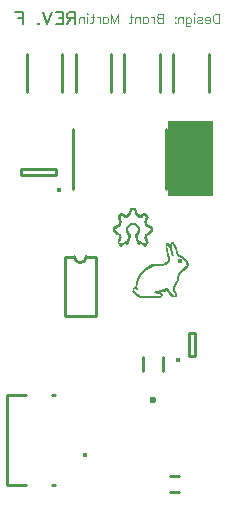
<source format=gbo>
G04 DipTrace 2.4.0.2*
%INIoDriverRevF2.gbo*%
%MOIN*%
%ADD10C,0.0098*%
%ADD12C,0.003*%
%ADD13C,0.0061*%
%ADD17C,0.0157*%
%ADD23C,0.0236*%
%ADD25O,0.0431X0.0437*%
%ADD31C,0.0154*%
%ADD105C,0.0046*%
%FSLAX44Y44*%
G04*
G70*
G90*
G75*
G01*
%LNBotSilk*%
%LPD*%
X8897Y9308D2*
D10*
Y9780D1*
X8227Y9308D2*
Y9780D1*
D23*
X8562Y8343D3*
X5897Y17359D2*
D10*
Y15359D1*
D25*
X9409Y15515D3*
X8977Y17359D2*
D10*
Y15359D1*
X9426Y5253D2*
X9111D1*
X9426Y5804D2*
X9111D1*
D31*
X5417Y15338D3*
X5325Y15840D2*
D10*
X4144D1*
Y16036D1*
X5325D1*
Y15840D1*
D31*
X9394Y9656D3*
X9738Y9787D2*
D10*
Y10575D1*
X9934D1*
Y9787D1*
X9738D1*
X5528Y18598D2*
Y19856D1*
X4346Y18598D2*
Y19856D1*
X7153Y18598D2*
Y19856D1*
X5971Y18598D2*
Y19856D1*
X8778Y18598D2*
Y19856D1*
X7596Y18598D2*
Y19856D1*
X10403Y18598D2*
Y19856D1*
X9221Y18598D2*
Y19856D1*
X6636Y13109D2*
Y11140D1*
X5612Y13109D2*
Y11140D1*
X6636D2*
X5612D1*
X6321Y13109D2*
X6636D1*
X5927D2*
X5612D1*
X6321D2*
G02X5927Y13109I-197J0D01*
G01*
D17*
X6275Y6500D3*
X5278Y5515D2*
D10*
X5184D1*
X4326D2*
X3676D1*
Y8508D1*
X4326D1*
X5278D2*
X5184D1*
G36*
X9063Y17625D2*
X10563D1*
Y15125D1*
X9063D1*
Y17625D1*
G37*
X7777Y14720D2*
D12*
X7957D1*
X7773Y14690D2*
X7962D1*
X7765Y14660D2*
X7806D1*
X7928D2*
X7969D1*
X7757Y14630D2*
X7802D1*
X7932D2*
X7977D1*
X7749Y14600D2*
X7795D1*
X7939D2*
X7986D1*
X7448Y14570D2*
X7508D1*
X7737D2*
X7786D1*
X7947D2*
X7998D1*
X8226D2*
X8286D1*
X7420Y14540D2*
X7560D1*
X7695D2*
X7775D1*
X7956D2*
X8039D1*
X8175D2*
X8315D1*
X7395Y14510D2*
X7621D1*
X7636D2*
X7759D1*
X7967D2*
X8099D1*
X8114D2*
X8340D1*
X7377Y14480D2*
X7454D1*
X7538D2*
X7726D1*
X8003D2*
X8196D1*
X8280D2*
X8357D1*
X7365Y14450D2*
X7434D1*
X7568D2*
X7688D1*
X8047D2*
X8166D1*
X8300D2*
X8369D1*
X7365Y14420D2*
X7429D1*
X8306D2*
X8369D1*
X7376Y14390D2*
X7438D1*
X8297D2*
X8358D1*
X7391Y14361D2*
X7451D1*
X8283D2*
X8344D1*
X7404Y14331D2*
X7464D1*
X8271D2*
X8331D1*
X7411Y14301D2*
X7470D1*
X8264D2*
X8323D1*
X7414Y14271D2*
X7470D1*
X8264D2*
X8320D1*
X7413Y14241D2*
X7464D1*
X7777D2*
X7957D1*
X8270D2*
X8322D1*
X7394Y14211D2*
X7453D1*
X7738D2*
X7996D1*
X8278D2*
X8340D1*
X7349Y14181D2*
X7438D1*
X7709D2*
X7778D1*
X7956D2*
X8026D1*
X8289D2*
X8386D1*
X7298Y14151D2*
X7420D1*
X7687D2*
X7749D1*
X7982D2*
X8047D1*
X8305D2*
X8437D1*
X7250Y14121D2*
X7381D1*
X7673D2*
X7724D1*
X8003D2*
X8062D1*
X8348D2*
X8484D1*
X7226Y14091D2*
X7333D1*
X7664D2*
X7706D1*
X8021D2*
X8070D1*
X8399D2*
X8509D1*
X7217Y14061D2*
X7291D1*
X7661D2*
X7696D1*
X8033D2*
X8074D1*
X8448D2*
X8518D1*
X7212Y14031D2*
X7260D1*
X7659D2*
X7692D1*
X8039D2*
X8076D1*
X8471D2*
X8522D1*
X7212Y14001D2*
X7248D1*
X7658D2*
X7694D1*
X8039D2*
X8076D1*
X8486D2*
X8522D1*
X7215Y13972D2*
X7303D1*
X7659D2*
X7702D1*
X8031D2*
X8075D1*
X8431D2*
X8519D1*
X7239Y13942D2*
X7353D1*
X7664D2*
X7715D1*
X8015D2*
X8070D1*
X8381D2*
X8496D1*
X7289Y13912D2*
X7391D1*
X7676D2*
X7735D1*
X7992D2*
X8058D1*
X8344D2*
X8446D1*
X7338Y13882D2*
X7417D1*
X7695D2*
X7758D1*
X7968D2*
X8040D1*
X8317D2*
X8397D1*
X7374Y13852D2*
X7437D1*
X7714D2*
X7781D1*
X7948D2*
X8021D1*
X8297D2*
X8360D1*
X7401Y13822D2*
X7453D1*
X7729D2*
X7786D1*
X7948D2*
X8005D1*
X8281D2*
X8333D1*
X7409Y13792D2*
X7464D1*
X7727D2*
X7778D1*
X7952D2*
X8006D1*
X8269D2*
X8326D1*
X7412Y13762D2*
X7470D1*
X7720D2*
X7768D1*
X7959D2*
X8011D1*
X8263D2*
X8322D1*
X7404Y13732D2*
X7463D1*
X7709D2*
X7758D1*
X7969D2*
X8018D1*
X8262D2*
X8330D1*
X7393Y13702D2*
X7451D1*
X7696D2*
X7748D1*
X7981D2*
X8031D1*
X8274D2*
X8341D1*
X7381Y13672D2*
X7435D1*
X7680D2*
X7738D1*
X7994D2*
X8049D1*
X8288D2*
X8353D1*
X7372Y13642D2*
X7413D1*
X7643D2*
X7727D1*
X8006D2*
X8088D1*
X8302D2*
X8362D1*
X7367Y13613D2*
X7388D1*
X7598D2*
X7718D1*
X8016D2*
X8136D1*
X8306D2*
X8367D1*
X7374Y13583D2*
X7424D1*
X7549D2*
X7707D1*
X8027D2*
X8185D1*
X8294D2*
X8357D1*
X7385Y13553D2*
X7464D1*
X7499D2*
X7697D1*
X8037D2*
X8235D1*
X8263D2*
X8342D1*
X7402Y13523D2*
X7563D1*
X7658D2*
X7688D1*
X8047D2*
X8077D1*
X8172D2*
X8325D1*
X7424Y13493D2*
X7522D1*
X8212D2*
X8306D1*
X7448Y13463D2*
X7478D1*
X8256D2*
X8286D1*
X9148Y13600D2*
X9208D1*
X8998Y13570D2*
X9058D1*
X9140D2*
X9227D1*
X8984Y13540D2*
X9086D1*
X9117D2*
X9148D1*
X9203D2*
X9247D1*
X8976Y13510D2*
X9148D1*
X9224D2*
X9266D1*
X8971Y13480D2*
X8998D1*
X9053D2*
X9148D1*
X9243D2*
X9282D1*
X8970Y13450D2*
X8998D1*
X9075D2*
X9148D1*
X9259D2*
X9295D1*
X8970Y13420D2*
X8998D1*
X9092D2*
X9148D1*
X9273D2*
X9306D1*
X8973Y13390D2*
X8999D1*
X9106D2*
X9149D1*
X9285D2*
X9316D1*
X8981Y13361D2*
X9003D1*
X9117D2*
X9153D1*
X9293D2*
X9322D1*
X8988Y13331D2*
X9011D1*
X9127D2*
X9160D1*
X9300D2*
X9326D1*
X8995Y13301D2*
X9019D1*
X9137D2*
X9169D1*
X9309D2*
X9332D1*
X9001Y13271D2*
X9028D1*
X9144D2*
X9178D1*
X9317D2*
X9342D1*
X9010Y13241D2*
X9038D1*
X9151D2*
X9188D1*
X9324D2*
X9359D1*
X9018Y13211D2*
X9048D1*
X9163D2*
X9198D1*
X9333D2*
X9388D1*
X9024Y13181D2*
X9058D1*
X9178D2*
X9208D1*
X9347D2*
X9427D1*
X9031Y13151D2*
X9068D1*
X9382D2*
X9470D1*
X9039Y13121D2*
X9077D1*
X9427D2*
X9513D1*
X9048Y13091D2*
X9083D1*
X9475D2*
X9554D1*
X9052Y13061D2*
X9086D1*
X9520D2*
X9591D1*
X9052Y13031D2*
X9086D1*
X9387D2*
X9477D1*
X9559D2*
X9623D1*
X9041Y13001D2*
X9081D1*
X9387D2*
X9477D1*
X9593D2*
X9650D1*
X9014Y12972D2*
X9072D1*
X9387D2*
X9477D1*
X9625D2*
X9673D1*
X8977Y12942D2*
X9049D1*
X9387D2*
X9477D1*
X9657D2*
X9690D1*
X8929Y12912D2*
X9019D1*
X9642D2*
X9703D1*
X8875Y12882D2*
X8979D1*
X9640D2*
X9710D1*
X8490Y12852D2*
X8930D1*
X9660D2*
X9712D1*
X8440Y12822D2*
X8879D1*
X9686D2*
X9712D1*
X8390Y12792D2*
X8525D1*
X9642D2*
X9697D1*
X8340Y12762D2*
X8449D1*
X9595D2*
X9673D1*
X8293Y12732D2*
X8383D1*
X9552D2*
X9640D1*
X8250Y12702D2*
X8327D1*
X9514D2*
X9600D1*
X8216Y12672D2*
X8279D1*
X9480D2*
X9559D1*
X8186Y12642D2*
X8239D1*
X9450D2*
X9519D1*
X8159Y12613D2*
X8209D1*
X9424D2*
X9484D1*
X8134Y12583D2*
X8184D1*
X9405D2*
X9455D1*
X8112Y12553D2*
X8162D1*
X9391D2*
X9432D1*
X8091Y12523D2*
X8141D1*
X9379D2*
X9414D1*
X8071Y12493D2*
X8121D1*
X9369D2*
X9401D1*
X8052Y12463D2*
X8101D1*
X9363D2*
X9393D1*
X8036Y12433D2*
X8082D1*
X9358D2*
X9390D1*
X8023Y12403D2*
X8066D1*
X9353D2*
X9387D1*
X8012Y12373D2*
X8053D1*
X9344D2*
X9382D1*
X8001Y12343D2*
X8042D1*
X9332D2*
X9374D1*
X7992Y12313D2*
X8031D1*
X9319D2*
X9362D1*
X7986Y12283D2*
X8022D1*
X9305D2*
X9349D1*
X7983Y12253D2*
X8016D1*
X9290D2*
X9334D1*
X7981Y12224D2*
X8012D1*
X9274D2*
X9320D1*
X7978Y12194D2*
X8006D1*
X9256D2*
X9304D1*
X7970Y12164D2*
X7995D1*
X9238D2*
X9286D1*
X7941Y12134D2*
X7981D1*
X9224D2*
X9268D1*
X7910Y12104D2*
X7995D1*
X9215D2*
X9254D1*
X7882Y12074D2*
X8004D1*
X8968D2*
X9028D1*
X9211D2*
X9245D1*
X7872Y12044D2*
X7886D1*
X7981D2*
X8011D1*
X8877D2*
X9034D1*
X9209D2*
X9242D1*
X7866Y12014D2*
X7875D1*
X8777D2*
X9045D1*
X9210D2*
X9242D1*
X7864Y11984D2*
X7861D1*
X8690D2*
X8894D1*
X9028D2*
X9061D1*
X9212D2*
X9256D1*
X7866Y11954D2*
X7896D1*
X8632D2*
X8759D1*
X9040D2*
X9079D1*
X9229D2*
X9275D1*
X7881Y11924D2*
X7934D1*
X8591D2*
X8797D1*
X9054D2*
X9101D1*
X9252D2*
X9295D1*
X7906Y11894D2*
X7977D1*
X8699D2*
X8827D1*
X9071D2*
X9129D1*
X9273D2*
X9310D1*
X7943Y11864D2*
X8024D1*
X8819D2*
X8837D1*
X9094D2*
X9166D1*
X9287D2*
X9320D1*
X7991Y11835D2*
X8076D1*
X8819D2*
X8841D1*
X9120D2*
X9208D1*
X9297D2*
X9324D1*
X8044Y11805D2*
X8803D1*
X9148D2*
X9327D1*
X8101Y11775D2*
X8759D1*
X7777Y14720D2*
X7773Y14690D1*
X7765Y14660D1*
X7757Y14630D1*
X7749Y14600D1*
X7737Y14570D1*
X7695Y14540D1*
X7636Y14510D1*
X7568Y14480D1*
X7957Y14720D2*
X7962Y14690D1*
X7969Y14660D1*
X7977Y14630D1*
X7986Y14600D1*
X7998Y14570D1*
X8039Y14540D1*
X8099Y14510D1*
X8166Y14480D1*
X7807Y14690D2*
X7806Y14660D1*
X7802Y14630D1*
X7795Y14600D1*
X7786Y14570D1*
X7775Y14540D1*
X7759Y14510D1*
X7726Y14480D1*
X7688Y14450D1*
X7927Y14690D2*
X7928Y14660D1*
X7932Y14630D1*
X7939Y14600D1*
X7947Y14570D1*
X7956Y14540D1*
X7967Y14510D1*
X8003Y14480D1*
X8047Y14450D1*
X7448Y14570D2*
X7420Y14540D1*
X7395Y14510D1*
X7377Y14480D1*
X7365Y14450D1*
Y14420D1*
X7376Y14390D1*
X7391Y14361D1*
X7404Y14331D1*
X7411Y14301D1*
X7414Y14271D1*
X7413Y14241D1*
X7394Y14211D1*
X7349Y14181D1*
X7298Y14151D1*
X7250Y14121D1*
X7226Y14091D1*
X7217Y14061D1*
X7212Y14031D1*
Y14001D1*
X7215Y13972D1*
X7239Y13942D1*
X7289Y13912D1*
X7338Y13882D1*
X7374Y13852D1*
X7401Y13822D1*
X7409Y13792D1*
X7412Y13762D1*
X7404Y13732D1*
X7393Y13702D1*
X7381Y13672D1*
X7372Y13642D1*
X7367Y13613D1*
X7374Y13583D1*
X7385Y13553D1*
X7402Y13523D1*
X7424Y13493D1*
X7448Y13463D1*
X7508Y14570D2*
X7560Y14540D1*
X7621Y14510D1*
X7688Y14480D1*
X8226Y14570D2*
X8175Y14540D1*
X8114Y14510D1*
X8047Y14480D1*
X8286Y14570D2*
X8315Y14540D1*
X8340Y14510D1*
X8357Y14480D1*
X8369Y14450D1*
Y14420D1*
X8358Y14390D1*
X8344Y14361D1*
X8331Y14331D1*
X8323Y14301D1*
X8320Y14271D1*
X8322Y14241D1*
X8340Y14211D1*
X8386Y14181D1*
X8437Y14151D1*
X8484Y14121D1*
X8509Y14091D1*
X8518Y14061D1*
X8522Y14031D1*
Y14001D1*
X8519Y13972D1*
X8496Y13942D1*
X8446Y13912D1*
X8397Y13882D1*
X8360Y13852D1*
X8333Y13822D1*
X8326Y13792D1*
X8322Y13762D1*
X8330Y13732D1*
X8341Y13702D1*
X8353Y13672D1*
X8362Y13642D1*
X8367Y13613D1*
X8357Y13583D1*
X8342Y13553D1*
X8325Y13523D1*
X8306Y13493D1*
X8286Y13463D1*
X7478Y14510D2*
X7454Y14480D1*
X7434Y14450D1*
X7429Y14420D1*
X7438Y14390D1*
X7451Y14361D1*
X7464Y14331D1*
X7470Y14301D1*
Y14271D1*
X7464Y14241D1*
X7453Y14211D1*
X7438Y14181D1*
X7420Y14151D1*
X7381Y14121D1*
X7333Y14091D1*
X7291Y14061D1*
X7260Y14031D1*
X7248Y14001D1*
X7303Y13972D1*
X7353Y13942D1*
X7391Y13912D1*
X7417Y13882D1*
X7437Y13852D1*
X7453Y13822D1*
X7464Y13792D1*
X7470Y13762D1*
X7463Y13732D1*
X7451Y13702D1*
X7435Y13672D1*
X7413Y13642D1*
X7388Y13613D1*
X7424Y13583D1*
X7464Y13553D1*
X7508Y13523D1*
Y14510D2*
X7538Y14480D1*
X7568Y14450D1*
X8226Y14510D2*
X8196Y14480D1*
X8166Y14450D1*
X8256Y14510D2*
X8280Y14480D1*
X8300Y14450D1*
X8306Y14420D1*
X8297Y14390D1*
X8283Y14361D1*
X8271Y14331D1*
X8264Y14301D1*
Y14271D1*
X8270Y14241D1*
X8278Y14211D1*
X8289Y14181D1*
X8305Y14151D1*
X8348Y14121D1*
X8399Y14091D1*
X8448Y14061D1*
X8471Y14031D1*
X8486Y14001D1*
X8431Y13972D1*
X8381Y13942D1*
X8344Y13912D1*
X8317Y13882D1*
X8297Y13852D1*
X8281Y13822D1*
X8269Y13792D1*
X8263Y13762D1*
X8262Y13732D1*
X8274Y13702D1*
X8288Y13672D1*
X8302Y13642D1*
X8306Y13613D1*
X8294Y13583D1*
X8263Y13553D1*
X8226Y13523D1*
X7777Y14241D2*
X7738Y14211D1*
X7709Y14181D1*
X7687Y14151D1*
X7673Y14121D1*
X7664Y14091D1*
X7661Y14061D1*
X7659Y14031D1*
X7658Y14001D1*
X7659Y13972D1*
X7664Y13942D1*
X7676Y13912D1*
X7695Y13882D1*
X7714Y13852D1*
X7729Y13822D1*
X7727Y13792D1*
X7720Y13762D1*
X7709Y13732D1*
X7696Y13702D1*
X7680Y13672D1*
X7643Y13642D1*
X7598Y13613D1*
X7549Y13583D1*
X7499Y13553D1*
X7448Y13523D1*
X7957Y14241D2*
X7996Y14211D1*
X8026Y14181D1*
X8047Y14151D1*
X8062Y14121D1*
X8070Y14091D1*
X8074Y14061D1*
X8076Y14031D1*
Y14001D1*
X8075Y13972D1*
X8070Y13942D1*
X8058Y13912D1*
X8040Y13882D1*
X8021Y13852D1*
X8005Y13822D1*
X8006Y13792D1*
X8011Y13762D1*
X8018Y13732D1*
X8031Y13702D1*
X8049Y13672D1*
X8088Y13642D1*
X8136Y13613D1*
X8185Y13583D1*
X8235Y13553D1*
X8286Y13523D1*
X7807Y14211D2*
X7778Y14181D1*
X7749Y14151D1*
X7724Y14121D1*
X7706Y14091D1*
X7696Y14061D1*
X7692Y14031D1*
X7694Y14001D1*
X7702Y13972D1*
X7715Y13942D1*
X7735Y13912D1*
X7758Y13882D1*
X7781Y13852D1*
X7786Y13822D1*
X7778Y13792D1*
X7768Y13762D1*
X7758Y13732D1*
X7748Y13702D1*
X7738Y13672D1*
X7727Y13642D1*
X7718Y13613D1*
X7707Y13583D1*
X7697Y13553D1*
X7688Y13523D1*
X7927Y14211D2*
X7956Y14181D1*
X7982Y14151D1*
X8003Y14121D1*
X8021Y14091D1*
X8033Y14061D1*
X8039Y14031D1*
Y14001D1*
X8031Y13972D1*
X8015Y13942D1*
X7992Y13912D1*
X7968Y13882D1*
X7948Y13852D1*
Y13822D1*
X7952Y13792D1*
X7959Y13762D1*
X7969Y13732D1*
X7981Y13702D1*
X7994Y13672D1*
X8006Y13642D1*
X8016Y13613D1*
X8027Y13583D1*
X8037Y13553D1*
X8047Y13523D1*
X7598Y13553D2*
X7563Y13523D1*
X7522Y13493D1*
X7478Y13463D1*
X7628Y13553D2*
X7658Y13523D1*
X8107Y13553D2*
X8077Y13523D1*
X8137Y13553D2*
X8172Y13523D1*
X8212Y13493D1*
X8256Y13463D1*
X9148Y13600D2*
X9140Y13570D1*
X9117Y13540D1*
X9088Y13510D1*
X9208Y13600D2*
X9227Y13570D1*
X9247Y13540D1*
X9266Y13510D1*
X9282Y13480D1*
X9295Y13450D1*
X9306Y13420D1*
X9316Y13390D1*
X9322Y13361D1*
X9326Y13331D1*
X9332Y13301D1*
X9342Y13271D1*
X9359Y13241D1*
X9388Y13211D1*
X9427Y13181D1*
X9470Y13151D1*
X9513Y13121D1*
X9554Y13091D1*
X9591Y13061D1*
X9623Y13031D1*
X9650Y13001D1*
X9673Y12972D1*
X9690Y12942D1*
X9703Y12912D1*
X9710Y12882D1*
X9712Y12852D1*
Y12822D1*
X9697Y12792D1*
X9673Y12762D1*
X9640Y12732D1*
X9600Y12702D1*
X9559Y12672D1*
X9519Y12642D1*
X9484Y12613D1*
X9455Y12583D1*
X9432Y12553D1*
X9414Y12523D1*
X9401Y12493D1*
X9393Y12463D1*
X9390Y12433D1*
X9387Y12403D1*
X9382Y12373D1*
X9374Y12343D1*
X9362Y12313D1*
X9349Y12283D1*
X9334Y12253D1*
X9320Y12224D1*
X9304Y12194D1*
X9286Y12164D1*
X9268Y12134D1*
X9254Y12104D1*
X9245Y12074D1*
X9242Y12044D1*
Y12014D1*
X9256Y11984D1*
X9275Y11954D1*
X9295Y11924D1*
X9310Y11894D1*
X9320Y11864D1*
X9324Y11835D1*
X9327Y11805D1*
X8998Y13570D2*
X8984Y13540D1*
X8976Y13510D1*
X8971Y13480D1*
X8970Y13450D1*
Y13420D1*
X8973Y13390D1*
X8981Y13361D1*
X8988Y13331D1*
X8995Y13301D1*
X9001Y13271D1*
X9010Y13241D1*
X9018Y13211D1*
X9024Y13181D1*
X9031Y13151D1*
X9039Y13121D1*
X9048Y13091D1*
X9052Y13061D1*
Y13031D1*
X9041Y13001D1*
X9014Y12972D1*
X8977Y12942D1*
X8929Y12912D1*
X8875Y12882D1*
X8819Y12852D1*
X9058Y13570D2*
X9086Y13540D1*
X9118Y13510D1*
X9178Y13570D2*
X9203Y13540D1*
X9224Y13510D1*
X9243Y13480D1*
X9259Y13450D1*
X9273Y13420D1*
X9285Y13390D1*
X9293Y13361D1*
X9300Y13331D1*
X9309Y13301D1*
X9317Y13271D1*
X9324Y13241D1*
X9333Y13211D1*
X9347Y13181D1*
X9382Y13151D1*
X9427Y13121D1*
X9475Y13091D1*
X9520Y13061D1*
X9559Y13031D1*
X9593Y13001D1*
X9625Y12972D1*
X9657Y12942D1*
X9642Y12912D1*
X9640Y12882D1*
X9660Y12852D1*
X9686Y12822D1*
X9642Y12792D1*
X9595Y12762D1*
X9552Y12732D1*
X9514Y12702D1*
X9480Y12672D1*
X9450Y12642D1*
X9424Y12613D1*
X9405Y12583D1*
X9391Y12553D1*
X9379Y12523D1*
X9369Y12493D1*
X9363Y12463D1*
X9358Y12433D1*
X9353Y12403D1*
X9344Y12373D1*
X9332Y12343D1*
X9319Y12313D1*
X9305Y12283D1*
X9290Y12253D1*
X9274Y12224D1*
X9256Y12194D1*
X9238Y12164D1*
X9224Y12134D1*
X9215Y12104D1*
X9211Y12074D1*
X9209Y12044D1*
X9210Y12014D1*
X9212Y11984D1*
X9229Y11954D1*
X9252Y11924D1*
X9273Y11894D1*
X9287Y11864D1*
X9297Y11835D1*
X9148Y13510D2*
Y13480D1*
Y13450D1*
Y13420D1*
X9149Y13390D1*
X9153Y13361D1*
X9160Y13331D1*
X9169Y13301D1*
X9178Y13271D1*
X9188Y13241D1*
X9198Y13211D1*
X9208Y13181D1*
X8998Y13510D2*
Y13480D1*
Y13450D1*
Y13420D1*
X8999Y13390D1*
X9003Y13361D1*
X9011Y13331D1*
X9019Y13301D1*
X9028Y13271D1*
X9038Y13241D1*
X9048Y13211D1*
X9058Y13181D1*
X9068Y13151D1*
X9077Y13121D1*
X9083Y13091D1*
X9086Y13061D1*
Y13031D1*
X9081Y13001D1*
X9072Y12972D1*
X9049Y12942D1*
X9019Y12912D1*
X8979Y12882D1*
X8930Y12852D1*
X8879Y12822D1*
X9028Y13510D2*
X9053Y13480D1*
X9075Y13450D1*
X9092Y13420D1*
X9106Y13390D1*
X9117Y13361D1*
X9127Y13331D1*
X9137Y13301D1*
X9144Y13271D1*
X9151Y13241D1*
X9163Y13211D1*
X9178Y13181D1*
X9387Y13031D2*
Y13001D1*
Y12972D1*
Y12942D1*
X9477Y13031D2*
Y13001D1*
Y12972D1*
Y12942D1*
X8490Y12852D2*
X8440Y12822D1*
X8390Y12792D1*
X8340Y12762D1*
X8293Y12732D1*
X8250Y12702D1*
X8216Y12672D1*
X8186Y12642D1*
X8159Y12613D1*
X8134Y12583D1*
X8112Y12553D1*
X8091Y12523D1*
X8071Y12493D1*
X8052Y12463D1*
X8036Y12433D1*
X8023Y12403D1*
X8012Y12373D1*
X8001Y12343D1*
X7992Y12313D1*
X7986Y12283D1*
X7983Y12253D1*
X7981Y12224D1*
X7978Y12194D1*
X7970Y12164D1*
X7941Y12134D1*
X7910Y12104D1*
X7882Y12074D1*
X7872Y12044D1*
X7866Y12014D1*
X7864Y11984D1*
X7866Y11954D1*
X7881Y11924D1*
X7906Y11894D1*
X7943Y11864D1*
X7991Y11835D1*
X8044Y11805D1*
X8101Y11775D1*
X8609Y12822D2*
X8525Y12792D1*
X8449Y12762D1*
X8383Y12732D1*
X8327Y12702D1*
X8279Y12672D1*
X8239Y12642D1*
X8209Y12613D1*
X8184Y12583D1*
X8162Y12553D1*
X8141Y12523D1*
X8121Y12493D1*
X8101Y12463D1*
X8082Y12433D1*
X8066Y12403D1*
X8053Y12373D1*
X8042Y12343D1*
X8031Y12313D1*
X8022Y12283D1*
X8016Y12253D1*
X8012Y12224D1*
X8006Y12194D1*
X7995Y12164D1*
X7981Y12134D1*
X7995Y12104D1*
X8004Y12074D1*
X8011Y12044D1*
X8968Y12074D2*
X8877Y12044D1*
X8777Y12014D1*
X8690Y11984D1*
X8632Y11954D1*
X8591Y11924D1*
X8699Y11894D1*
X8819Y11864D1*
Y11835D1*
Y11805D1*
X9028Y12074D2*
X9034Y12044D1*
X9045Y12014D1*
X9061Y11984D1*
X9079Y11954D1*
X9101Y11924D1*
X9129Y11894D1*
X9166Y11864D1*
X9208Y11835D1*
X7891Y12074D2*
X7886Y12044D1*
X7875Y12014D1*
X7861Y11984D1*
X7896Y11954D1*
X7934Y11924D1*
X7977Y11894D1*
X8024Y11864D1*
X8076Y11835D1*
X8131Y11805D1*
X7951Y12074D2*
X7981Y12044D1*
X9028Y12014D2*
X8894Y11984D1*
X8759Y11954D1*
X8797Y11924D1*
X8827Y11894D1*
X8837Y11864D1*
X8841Y11835D1*
X8803Y11805D1*
X8759Y11775D1*
X9028Y11984D2*
X9040Y11954D1*
X9054Y11924D1*
X9071Y11894D1*
X9094Y11864D1*
X9120Y11835D1*
X9148Y11805D1*
X5944Y21064D2*
D13*
X5772D1*
X5715Y21083D1*
X5696Y21102D1*
X5677Y21140D1*
Y21179D1*
X5696Y21217D1*
X5715Y21236D1*
X5772Y21255D1*
X5944D1*
Y20853D1*
X5810Y21064D2*
X5677Y20853D1*
X5305Y21255D2*
X5553D1*
Y20853D1*
X5305D1*
X5553Y21064D2*
X5400D1*
X5181Y21255D2*
X5028Y20853D1*
X4875Y21255D1*
X4733Y20892D2*
X4752Y20872D1*
X4733Y20853D1*
X4713Y20872D1*
X4733Y20892D1*
X3952Y21255D2*
X4201D1*
Y20853D1*
Y21064D2*
X4048D1*
X10746Y21204D2*
D105*
Y20903D1*
X10645D1*
X10602Y20918D1*
X10573Y20946D1*
X10559Y20975D1*
X10545Y21018D1*
Y21090D1*
X10559Y21133D1*
X10573Y21161D1*
X10602Y21190D1*
X10645Y21204D1*
X10746D1*
X10452Y21018D2*
X10280D1*
Y21047D1*
X10294Y21075D1*
X10308Y21090D1*
X10337Y21104D1*
X10380D1*
X10409Y21090D1*
X10438Y21061D1*
X10452Y21018D1*
Y20989D1*
X10438Y20946D1*
X10409Y20918D1*
X10380Y20903D1*
X10337D1*
X10308Y20918D1*
X10280Y20946D1*
X10029Y21061D2*
X10044Y21090D1*
X10087Y21104D1*
X10130D1*
X10173Y21090D1*
X10187Y21061D1*
X10173Y21032D1*
X10144Y21018D1*
X10073Y21004D1*
X10044Y20989D1*
X10029Y20960D1*
Y20946D1*
X10044Y20918D1*
X10087Y20903D1*
X10130D1*
X10173Y20918D1*
X10187Y20946D1*
X9937Y21204D2*
X9923Y21190D1*
X9908Y21204D1*
X9923Y21219D1*
X9937Y21204D1*
X9923Y21104D2*
Y20903D1*
X9643Y21090D2*
Y20860D1*
X9657Y20817D1*
X9672Y20803D1*
X9701Y20788D1*
X9744D1*
X9772Y20803D1*
X9643Y21047D2*
X9672Y21075D1*
X9701Y21090D1*
X9744D1*
X9772Y21075D1*
X9801Y21047D1*
X9815Y21004D1*
Y20975D1*
X9801Y20932D1*
X9772Y20903D1*
X9744Y20889D1*
X9701D1*
X9672Y20903D1*
X9643Y20932D1*
X9551Y21104D2*
Y20903D1*
Y21047D2*
X9507Y21090D1*
X9479Y21104D1*
X9436D1*
X9407Y21090D1*
X9393Y21047D1*
Y20903D1*
X9286Y21104D2*
X9300Y21089D1*
X9286Y21075D1*
X9271Y21089D1*
X9286Y21104D1*
Y20932D2*
X9300Y20917D1*
X9286Y20903D1*
X9271Y20917D1*
X9286Y20932D1*
X8887Y21204D2*
Y20903D1*
X8758D1*
X8715Y20918D1*
X8700Y20932D1*
X8686Y20960D1*
Y21004D1*
X8700Y21032D1*
X8715Y21047D1*
X8758Y21061D1*
X8715Y21075D1*
X8700Y21090D1*
X8686Y21118D1*
Y21147D1*
X8700Y21176D1*
X8715Y21190D1*
X8758Y21204D1*
X8887D1*
Y21061D2*
X8758D1*
X8593Y21104D2*
Y20903D1*
Y21018D2*
X8579Y21061D1*
X8550Y21090D1*
X8521Y21104D1*
X8478D1*
X8214D2*
Y20903D1*
Y21061D2*
X8242Y21090D1*
X8271Y21104D1*
X8314D1*
X8343Y21090D1*
X8371Y21061D1*
X8386Y21018D1*
Y20989D1*
X8371Y20946D1*
X8343Y20918D1*
X8314Y20903D1*
X8271D1*
X8242Y20918D1*
X8214Y20946D1*
X8121Y21104D2*
Y20903D1*
Y21047D2*
X8078Y21090D1*
X8049Y21104D1*
X8006D1*
X7977Y21090D1*
X7963Y21047D1*
Y20903D1*
X7827Y21204D2*
Y20960D1*
X7813Y20918D1*
X7784Y20903D1*
X7756D1*
X7870Y21104D2*
X7770D1*
X7142Y20903D2*
Y21204D1*
X7257Y20903D1*
X7371Y21204D1*
Y20903D1*
X6877Y21104D2*
Y20903D1*
Y21061D2*
X6906Y21090D1*
X6935Y21104D1*
X6977D1*
X7006Y21090D1*
X7035Y21061D1*
X7049Y21018D1*
Y20989D1*
X7035Y20946D1*
X7006Y20918D1*
X6977Y20903D1*
X6935D1*
X6906Y20918D1*
X6877Y20946D1*
X6785Y21104D2*
Y20903D1*
Y21018D2*
X6770Y21061D1*
X6742Y21090D1*
X6713Y21104D1*
X6670D1*
X6534Y21204D2*
Y20960D1*
X6520Y20918D1*
X6491Y20903D1*
X6462D1*
X6577Y21104D2*
X6476D1*
X6370Y21204D2*
X6355Y21190D1*
X6341Y21204D1*
X6355Y21219D1*
X6370Y21204D1*
X6355Y21104D2*
Y20903D1*
X6248Y21104D2*
Y20903D1*
Y21047D2*
X6205Y21090D1*
X6176Y21104D1*
X6133D1*
X6104Y21090D1*
X6090Y21047D1*
Y20903D1*
M02*

</source>
